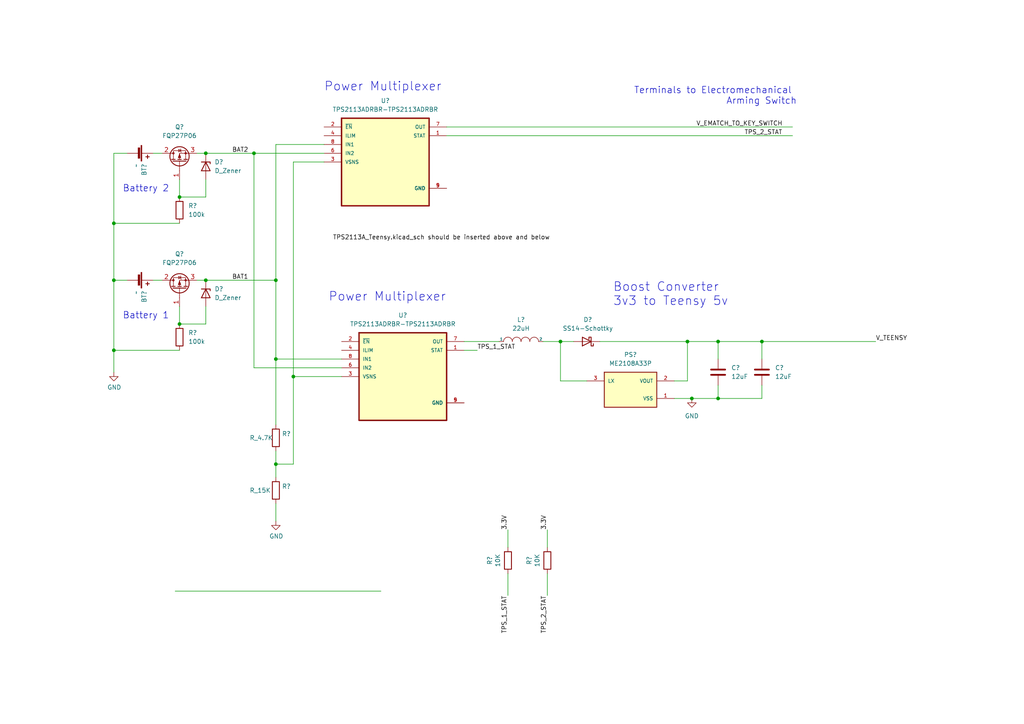
<source format=kicad_sch>
(kicad_sch (version 20211123) (generator eeschema)
  (paper "A4")
  (lib_symbols
    (symbol "Device:Battery_Cell" (pin_numbers hide) (pin_names (offset 0) hide)
      (property "Reference" "BT" (at 2.54 2.54 0))
      (property "Value" "Battery_Cell" (at 2.54 0 0))
      (symbol "Battery_Cell_0_1"
        (rectangle (start -2.286 1.778) (end 2.286 1.524) (fill (type outline)))
        (rectangle (start -1.5748 1.1938) (end 1.4732 0.6858) (fill (type outline)))
        (polyline (pts (xy 0 0.762) (xy 0 0)))
        (polyline (pts (xy 0 1.778) (xy 0 2.54)))
        (polyline (pts (xy 0.508 3.429) (xy 1.524 3.429)) (stroke (width 0.254)))
        (polyline (pts (xy 1.016 3.937) (xy 1.016 2.921)) (stroke (width 0.254)))
      )
      (symbol "Battery_Cell_1_1"
        (pin passive line (at 0 5.08 270) (length 2.54) (name "+") (number "1"))
        (pin passive line (at 0 -2.54 90) (length 2.54) (name "-") (number "2"))
      )
    )
    (symbol "Device:C" (pin_numbers hide) (pin_names (offset 0.254))
      (property "Reference" "C" (at 0.635 2.54 0))
      (property "Value" "C" (at 0.635 -2.54 0))
      (symbol "C_0_1"
        (polyline (pts (xy -2.032 -0.762) (xy 2.032 -0.762)) (stroke (width 0.508)))
        (polyline (pts (xy -2.032 0.762) (xy 2.032 0.762)) (stroke (width 0.508)))
      )
      (symbol "C_1_1"
        (pin passive line (at 0 3.81 270) (length 2.794) (name "~") (number "1"))
        (pin passive line (at 0 -3.81 90) (length 2.794) (name "~") (number "2"))
      )
    )
    (symbol "Device:D_Schottky" (pin_numbers hide) (pin_names (offset 1.016) hide)
      (property "Reference" "D" (at 0 2.54 0))
      (property "Value" "D_Schottky" (at 0 -2.54 0))
      (symbol "D_Schottky_0_1"
        (polyline (pts (xy 1.27 0) (xy -1.27 0)))
        (polyline (pts (xy 1.27 1.27) (xy 1.27 -1.27) (xy -1.27 0) (xy 1.27 1.27)) (stroke (width 0.254)))
        (polyline (pts (xy -1.905 0.635) (xy -1.905 1.27) (xy -1.27 1.27) (xy -1.27 -1.27) (xy -0.635 -1.27) (xy -0.635 -0.635)) (stroke (width 0.254)))
      )
      (symbol "D_Schottky_1_1"
        (pin passive line (at -3.81 0 0) (length 2.54) (name "K") (number "1"))
        (pin passive line (at 3.81 0 180) (length 2.54) (name "A") (number "2"))
      )
    )
    (symbol "Device:D_Zener" (pin_numbers hide) (pin_names (offset 1.016) hide)
      (property "Reference" "D" (at 0 2.54 0))
      (property "Value" "D_Zener" (at 0 -2.54 0))
      (symbol "D_Zener_0_1"
        (polyline (pts (xy 1.27 0) (xy -1.27 0)))
        (polyline (pts (xy -1.27 -1.27) (xy -1.27 1.27) (xy -0.762 1.27)) (stroke (width 0.254)))
        (polyline (pts (xy 1.27 -1.27) (xy 1.27 1.27) (xy -1.27 0) (xy 1.27 -1.27)) (stroke (width 0.254)))
      )
      (symbol "D_Zener_1_1"
        (pin passive line (at -3.81 0 0) (length 2.54) (name "K") (number "1"))
        (pin passive line (at 3.81 0 180) (length 2.54) (name "A") (number "2"))
      )
    )
    (symbol "Device:R" (pin_numbers hide) (pin_names (offset 0))
      (property "Reference" "R" (at 2.032 0 90))
      (property "Value" "R" (at 0 0 90))
      (symbol "R_0_1"
        (rectangle (start -1.016 -2.54) (end 1.016 2.54) (stroke (width 0.254)))
      )
      (symbol "R_1_1"
        (pin passive line (at 0 3.81 270) (length 1.27) (name "~") (number "1"))
        (pin passive line (at 0 -3.81 90) (length 1.27) (name "~") (number "2"))
      )
    )
    (symbol "ME2108:ME2108A33P" (pin_names (offset 1.016))
      (property "Reference" "PS" (at -7.62 5.842 0))
      (property "Value" "ME2108A33P" (at -7.62 -5.842 0))
      (symbol "ME2108A33P_0_0"
        (rectangle (start -7.62 -5.08) (end 7.62 5.08) (stroke (width 0.254)) (fill (type background)))
        (pin power_in line (at 12.7 -2.54 180) (length 5.08) (name "VSS") (number "1"))
        (pin output line (at 12.7 2.54 180) (length 5.08) (name "VOUT") (number "2"))
        (pin input line (at -12.7 2.54 0) (length 5.08) (name "LX") (number "3"))
      )
    )
    (symbol "REV2_SPRING_2022-rescue:TPS2113ADRBR-TPS2113ADRBR" (pin_names (offset 1.016))
      (property "Reference" "U" (at -12.7 13.6906 0))
      (property "Value" "TPS2113ADRBR-TPS2113ADRBR" (at -12.7 -16.6878 0))
      (symbol "TPS2113ADRBR-TPS2113ADRBR_0_0"
        (rectangle (start -12.7 -12.7) (end 12.7 12.7) (stroke (width 0.4064)) (fill (type background)))
        (pin output line (at 17.78 7.62 180) (length 5.08) (name "STAT") (number "1"))
        (pin input line (at -17.78 10.16 0) (length 5.08) (name "~{EN}") (number "2"))
        (pin input line (at -17.78 0 0) (length 5.08) (name "VSNS") (number "3"))
        (pin input line (at -17.78 7.62 0) (length 5.08) (name "ILIM") (number "4"))
        (pin power_in line (at 17.78 -7.62 180) (length 5.08) (name "GND") (number "5"))
        (pin input line (at -17.78 2.54 0) (length 5.08) (name "IN2") (number "6"))
        (pin output line (at 17.78 10.16 180) (length 5.08) (name "OUT") (number "7"))
        (pin input line (at -17.78 5.08 0) (length 5.08) (name "IN1") (number "8"))
        (pin power_in line (at 17.78 -7.62 180) (length 5.08) (name "GND") (number "9"))
      )
    )
    (symbol "Transistor_FET:FQP27P06" (pin_names hide)
      (property "Reference" "Q" (at 5.08 1.905 0))
      (property "Value" "FQP27P06" (at 5.08 0 0))
      (symbol "FQP27P06_0_1"
        (polyline (pts (xy 0.254 0) (xy -2.54 0)))
        (polyline (pts (xy 0.254 1.905) (xy 0.254 -1.905)) (stroke (width 0.254)))
        (polyline (pts (xy 0.762 -1.27) (xy 0.762 -2.286)) (stroke (width 0.254)))
        (polyline (pts (xy 0.762 0.508) (xy 0.762 -0.508)) (stroke (width 0.254)))
        (polyline (pts (xy 0.762 2.286) (xy 0.762 1.27)) (stroke (width 0.254)))
        (polyline (pts (xy 2.54 2.54) (xy 2.54 1.778)))
        (polyline (pts (xy 2.54 -2.54) (xy 2.54 0) (xy 0.762 0)))
        (polyline (pts (xy 0.762 1.778) (xy 3.302 1.778) (xy 3.302 -1.778) (xy 0.762 -1.778)))
        (polyline (pts (xy 2.286 0) (xy 1.27 0.381) (xy 1.27 -0.381) (xy 2.286 0)) (fill (type outline)))
        (polyline (pts (xy 2.794 -0.508) (xy 2.921 -0.381) (xy 3.683 -0.381) (xy 3.81 -0.254)))
        (polyline (pts (xy 3.302 -0.381) (xy 2.921 0.254) (xy 3.683 0.254) (xy 3.302 -0.381)))
        (circle (center 1.651 0) (radius 2.794) (stroke (width 0.254)))
        (circle (center 2.54 -1.778) (radius 0.254) (fill (type outline)))
        (circle (center 2.54 1.778) (radius 0.254) (fill (type outline)))
      )
      (symbol "FQP27P06_1_1"
        (pin input line (at -5.08 0 0) (length 2.54) (name "G") (number "1"))
        (pin passive line (at 2.54 5.08 270) (length 2.54) (name "D") (number "2"))
        (pin passive line (at 2.54 -5.08 90) (length 2.54) (name "S") (number "3"))
      )
    )
    (symbol "power:GND" (power) (pin_names (offset 0))
      (property "Value" "GND" (at 0 -3.81 0))
      (symbol "GND_0_1"
        (polyline (pts (xy 0 0) (xy 0 -1.27) (xy 1.27 -1.27) (xy 0 -2.54) (xy -1.27 -1.27) (xy 0 -1.27)))
      )
      (symbol "GND_1_1"
        (pin power_in line (at 0 0 270) (length 0) hide (name "GND") (number "1"))
      )
    )
    (symbol "pspice:INDUCTOR" (pin_numbers hide) (pin_names (offset 0))
      (property "Reference" "L" (at 0 2.54 0))
      (property "Value" "INDUCTOR" (at 0 -1.27 0))
      (symbol "INDUCTOR_0_1"
        (arc (start -2.54 0) (mid -3.81 1.27) (end -5.08 0))
        (arc (start 0 0) (mid -1.27 1.27) (end -2.54 0))
        (arc (start 2.54 0) (mid 1.27 1.27) (end 0 0))
        (arc (start 5.08 0) (mid 3.81 1.27) (end 2.54 0))
      )
      (symbol "INDUCTOR_1_1"
        (pin input line (at -6.35 0 0) (length 1.27) (name "1") (number "1"))
        (pin input line (at 6.35 0 180) (length 1.27) (name "2") (number "2"))
      )
    )
  )
  (junction (at 80.01 104.14))
  (junction (at 80.01 81.28))
  (junction (at 162.56 99.06))
  (junction (at 52.07 93.98))
  (junction (at 220.98 99.06))
  (junction (at 73.66 44.45))
  (junction (at 208.28 115.57))
  (junction (at 200.66 115.57))
  (junction (at 52.07 57.15))
  (junction (at 85.09 109.22))
  (junction (at 59.69 81.28))
  (junction (at 80.01 134.62))
  (junction (at 59.69 44.45))
  (junction (at 208.28 99.06))
  (junction (at 33.02 81.28))
  (junction (at 33.02 64.77))
  (junction (at 33.02 101.6))
  (junction (at 199.39 99.06))
  (wire (pts (xy 59.69 57.15) (xy 52.07 57.15)))
  (wire (pts (xy 220.98 99.06) (xy 220.98 104.14)))
  (wire (pts (xy 170.18 110.49) (xy 162.56 110.49)))
  (wire (pts (xy 59.69 93.98) (xy 52.07 93.98)))
  (wire (pts (xy 36.83 81.28) (xy 33.02 81.28)))
  (wire (pts (xy 57.15 44.45) (xy 59.69 44.45)))
  (wire (pts (xy 59.69 88.9) (xy 59.69 93.98)))
  (wire (pts (xy 33.02 44.45) (xy 33.02 64.77)))
  (wire (pts (xy 33.02 101.6) (xy 52.07 101.6)))
  (wire (pts (xy 162.56 110.49) (xy 162.56 99.06)))
  (wire (pts (xy 73.66 44.45) (xy 73.66 106.68)))
  (wire (pts (xy 80.01 138.43) (xy 80.01 134.62)))
  (wire (pts (xy 208.28 99.06) (xy 208.28 104.14)))
  (wire (pts (xy 208.28 111.76) (xy 208.28 115.57)))
  (wire (pts (xy 50.8 171.45) (xy 110.49 171.45)))
  (wire (pts (xy 44.45 44.45) (xy 46.99 44.45)))
  (wire (pts (xy 208.28 99.06) (xy 220.98 99.06)))
  (wire (pts (xy 199.39 99.06) (xy 208.28 99.06)))
  (wire (pts (xy 80.01 41.91) (xy 93.98 41.91)))
  (wire (pts (xy 147.32 153.67) (xy 147.32 158.75)))
  (wire (pts (xy 134.62 99.06) (xy 144.78 99.06)))
  (wire (pts (xy 220.98 99.06) (xy 254 99.06)))
  (wire (pts (xy 33.02 101.6) (xy 33.02 107.95)))
  (wire (pts (xy 129.54 36.83) (xy 229.87 36.83)))
  (wire (pts (xy 80.01 104.14) (xy 80.01 123.19)))
  (wire (pts (xy 220.98 115.57) (xy 220.98 111.76)))
  (wire (pts (xy 44.45 81.28) (xy 46.99 81.28)))
  (wire (pts (xy 129.54 39.37) (xy 229.87 39.37)))
  (wire (pts (xy 57.15 81.28) (xy 59.69 81.28)))
  (wire (pts (xy 158.75 153.67) (xy 158.75 158.75)))
  (wire (pts (xy 73.66 106.68) (xy 99.06 106.68)))
  (wire (pts (xy 33.02 64.77) (xy 33.02 81.28)))
  (wire (pts (xy 80.01 104.14) (xy 99.06 104.14)))
  (wire (pts (xy 157.48 99.06) (xy 162.56 99.06)))
  (wire (pts (xy 99.06 109.22) (xy 85.09 109.22)))
  (wire (pts (xy 195.58 115.57) (xy 200.66 115.57)))
  (wire (pts (xy 59.69 52.07) (xy 59.69 57.15)))
  (wire (pts (xy 147.32 166.37) (xy 147.32 172.72)))
  (wire (pts (xy 80.01 81.28) (xy 80.01 104.14)))
  (wire (pts (xy 85.09 109.22) (xy 85.09 134.62)))
  (wire (pts (xy 59.69 44.45) (xy 73.66 44.45)))
  (wire (pts (xy 80.01 134.62) (xy 80.01 130.81)))
  (wire (pts (xy 52.07 52.07) (xy 52.07 57.15)))
  (wire (pts (xy 134.62 101.6) (xy 138.43 101.6)))
  (wire (pts (xy 85.09 134.62) (xy 80.01 134.62)))
  (wire (pts (xy 80.01 146.05) (xy 80.01 151.13)))
  (wire (pts (xy 85.09 46.99) (xy 85.09 109.22)))
  (wire (pts (xy 208.28 115.57) (xy 220.98 115.57)))
  (wire (pts (xy 59.69 81.28) (xy 80.01 81.28)))
  (wire (pts (xy 73.66 44.45) (xy 93.98 44.45)))
  (wire (pts (xy 85.09 46.99) (xy 93.98 46.99)))
  (wire (pts (xy 80.01 81.28) (xy 80.01 41.91)))
  (wire (pts (xy 162.56 99.06) (xy 166.37 99.06)))
  (wire (pts (xy 36.83 44.45) (xy 33.02 44.45)))
  (wire (pts (xy 52.07 88.9) (xy 52.07 93.98)))
  (wire (pts (xy 200.66 115.57) (xy 208.28 115.57)))
  (wire (pts (xy 195.58 110.49) (xy 199.39 110.49)))
  (wire (pts (xy 33.02 64.77) (xy 52.07 64.77)))
  (wire (pts (xy 158.75 166.37) (xy 158.75 172.72)))
  (wire (pts (xy 173.99 99.06) (xy 199.39 99.06)))
  (wire (pts (xy 33.02 81.28) (xy 33.02 101.6)))
  (wire (pts (xy 199.39 110.49) (xy 199.39 99.06)))
  (text "Terminals to Electromechanical \nArming Switch" (at 231.14 30.48 180) (effects (font (size 1.905 1.905)) (justify right bottom)))
  (text "Power Multiplexer" (at 93.98 26.67 0) (effects (font (size 2.54 2.54)) (justify left bottom)))
  (text "Boost Converter\n3v3 to Teensy 5v" (at 177.8 88.9 0) (effects (font (size 2.54 2.54)) (justify left bottom)))
  (text "Power Multiplexer" (at 95.25 87.63 0) (effects (font (size 2.54 2.54)) (justify left bottom)))
  (text "Battery 2" (at 35.56 55.88 0) (effects (font (size 1.905 1.905)) (justify left bottom)))
  (text "Battery 1" (at 35.56 92.71 0) (effects (font (size 1.905 1.905)) (justify left bottom)))
  (label "V_TEENSY" (at 254 99.06 0))
  (label "BAT1" (at 67.31 81.28 0))
  (label "TPS_2_STAT" (at 215.9 39.37 0))
  (label "TPS_2_STAT" (at 158.75 172.72 270))
  (label "3.3V" (at 147.32 153.67 90))
  (label "BAT2" (at 67.31 44.45 0))
  (label "TPS_1_STAT" (at 147.32 172.72 270))
  (label "V_EMATCH_TO_KEY_SWITCH" (at 201.93 36.83 0))
  (label "TPS2113A_Teensy.kicad_sch should be inserted above and below" (at 96.52 69.85 0))
  (label "3.3V" (at 158.75 153.67 90))
  (label "TPS_1_STAT" (at 138.43 101.6 0))
  (symbol (lib_id "power:GND") (at 200.66 115.57 0) (unit 1)
    (property "Reference" "#PWR?" (effects hide))
    (property "Value" "GND" (at 200.66 120.65 0))
  )
  (symbol (lib_id "power:GND") (at 33.02 107.95 0) (unit 1)
    (property "Reference" "#PWR?" (effects hide))
    (property "Value" "~" (at 33.147 112.3442 0))
  )
  (symbol (lib_id "REV2_SPRING_2022-rescue:TPS2113ADRBR-TPS2113ADRBR") (at 116.84 109.22 0) (unit 1)
    (property "Reference" "U?" (at 116.84 91.44 0))
    (property "Value" "TPS2113ADRBR-TPS2113ADRBR" (at 116.84 93.98 0))
    (property "Footprint" "IC_DRV8601DRBT" (effects hide))
  )
  (symbol (lib_id "Device:R") (at 147.32 162.56 0) (unit 1)
    (property "Reference" "R?" (at 142.0622 162.56 90))
    (property "Value" "10K" (at 144.3736 162.56 90))
  )
  (symbol (lib_id "Device:D_Zener") (at 59.69 48.26 270) (unit 1)
    (property "Reference" "D?" (at 62.23 46.9899 90) (effects (justify left)))
    (property "Value" "D_Zener" (at 62.23 49.5299 90) (effects (justify left)))
  )
  (symbol (lib_id "ME2108:ME2108A33P") (at 182.88 113.03 0) (unit 1)
    (property "Reference" "PS?" (at 182.88 102.87 0))
    (property "Value" "ME2108A33P" (at 182.88 105.41 0))
    (property "Footprint" "CONV_ME2108A33P" (effects hide))
    (property "MAXIMUM_PACKAGE_HEIGHT" "1.6 mm" (effects hide))
    (property "STANDARD" "Manufacturer Recommendations" (effects hide))
    (property "PARTREV" "V10.0" (effects hide))
    (property "MANUFACTURER" "Nanjing Micro One Electronics" (effects hide))
  )
  (symbol (lib_id "Device:C") (at 220.98 107.95 0) (unit 1)
    (property "Reference" "C?" (at 224.79 106.6799 0) (effects (justify left)))
    (property "Value" "12uF" (at 224.79 109.2199 0) (effects (justify left)))
  )
  (symbol (lib_id "Device:D_Schottky") (at 170.18 99.06 180) (unit 1)
    (property "Reference" "D?" (at 170.4975 92.71 0))
    (property "Value" "SS14-Schottky" (at 170.4975 95.25 0))
  )
  (symbol (lib_id "Device:R") (at 80.01 142.24 0) (unit 1)
    (property "Reference" "R?" (at 81.788 141.0716 0) (effects (justify left)))
    (property "Value" "R_15K" (at 72.39 142.24 0) (effects (justify left)))
    (property "LCSC" "0805W8F4701T5E" (effects hide))
  )
  (symbol (lib_id "Device:R") (at 80.01 127 0) (unit 1)
    (property "Reference" "R?" (at 81.788 125.8316 0) (effects (justify left)))
    (property "Value" "R_4.7K" (at 72.39 127 0) (effects (justify left)))
    (property "LCSC" "0805W8F1502T5E" (effects hide))
  )
  (symbol (lib_id "Transistor_FET:FQP27P06") (at 52.07 83.82 90) (unit 1)
    (property "Reference" "Q?" (at 52.07 73.66 90))
    (property "Value" "FQP27P06" (at 52.07 76.2 90))
    (property "Footprint" "Package_TO_SOT_THT:TO-220-3_Vertical" (effects hide))
    (property "Datasheet" "https://www.onsemi.com/pub/Collateral/FQP27P06-D.PDF" (effects hide))
  )
  (symbol (lib_id "Device:Battery_Cell") (at 39.37 81.28 270) (unit 1)
    (property "Reference" "BT?" (at 41.8084 84.2772 0) (effects (justify left)))
    (property "Value" "~" (at 39.497 84.2772 0) (effects (justify left)))
  )
  (symbol (lib_id "Device:R") (at 52.07 60.96 0) (unit 1)
    (property "Reference" "R?" (at 54.61 59.6899 0) (effects (justify left)))
    (property "Value" "100k" (at 54.61 62.2299 0) (effects (justify left)))
  )
  (symbol (lib_id "Device:Battery_Cell") (at 39.37 44.45 270) (unit 1)
    (property "Reference" "BT?" (at 41.8084 47.4472 0) (effects (justify left)))
    (property "Value" "~" (at 39.497 47.4472 0) (effects (justify left)))
  )
  (symbol (lib_id "Transistor_FET:FQP27P06") (at 52.07 46.99 90) (unit 1)
    (property "Reference" "Q?" (at 52.07 36.83 90))
    (property "Value" "FQP27P06" (at 52.07 39.37 90))
    (property "Footprint" "Package_TO_SOT_THT:TO-220-3_Vertical" (effects hide))
    (property "Datasheet" "https://www.onsemi.com/pub/Collateral/FQP27P06-D.PDF" (effects hide))
  )
  (symbol (lib_id "Device:C") (at 208.28 107.95 0) (unit 1)
    (property "Reference" "C?" (at 212.09 106.6799 0) (effects (justify left)))
    (property "Value" "12uF" (at 212.09 109.2199 0) (effects (justify left)))
  )
  (symbol (lib_id "Device:R") (at 52.07 97.79 0) (unit 1)
    (property "Reference" "R?" (at 54.61 96.5199 0) (effects (justify left)))
    (property "Value" "100k" (at 54.61 99.0599 0) (effects (justify left)))
  )
  (symbol (lib_id "Device:D_Zener") (at 59.69 85.09 270) (unit 1)
    (property "Reference" "D?" (at 62.23 83.8199 90) (effects (justify left)))
    (property "Value" "D_Zener" (at 62.23 86.3599 90) (effects (justify left)))
  )
  (symbol (lib_id "power:GND") (at 80.01 151.13 0) (unit 1)
    (property "Reference" "#PWR?" (effects hide))
    (property "Value" "~" (at 80.137 155.5242 0))
  )
  (symbol (lib_id "Device:R") (at 158.75 162.56 0) (unit 1)
    (property "Reference" "R?" (at 153.4922 162.56 90))
    (property "Value" "10K" (at 155.8036 162.56 90))
  )
  (symbol (lib_id "pspice:INDUCTOR") (at 151.13 99.06 0) (unit 1)
    (property "Reference" "L?" (at 151.13 92.71 0))
    (property "Value" "22uH" (at 151.13 95.25 0))
  )
  (symbol (lib_id "REV2_SPRING_2022-rescue:TPS2113ADRBR-TPS2113ADRBR") (at 111.76 46.99 0) (unit 1)
    (property "Reference" "U?" (at 111.76 29.21 0))
    (property "Value" "TPS2113ADRBR-TPS2113ADRBR" (at 111.76 31.75 0))
    (property "Footprint" "IC_DRV8601DRBT" (effects hide))
  )
)
</source>
